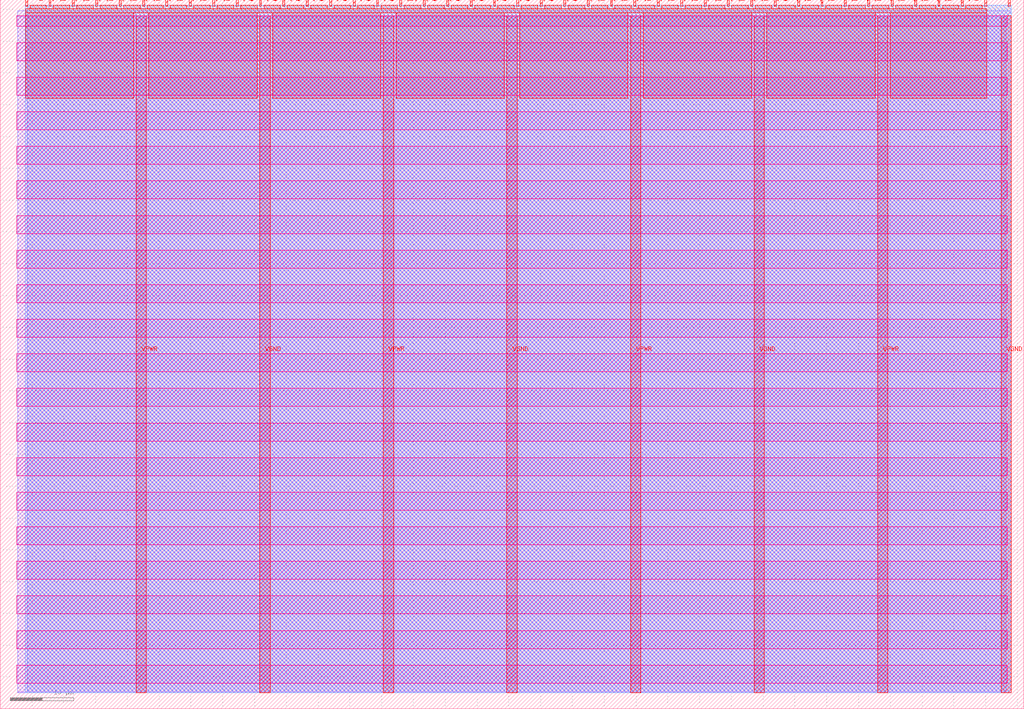
<source format=lef>
VERSION 5.7 ;
  NOWIREEXTENSIONATPIN ON ;
  DIVIDERCHAR "/" ;
  BUSBITCHARS "[]" ;
MACRO tt_um_DanielZhu123
  CLASS BLOCK ;
  FOREIGN tt_um_DanielZhu123 ;
  ORIGIN 0.000 0.000 ;
  SIZE 161.000 BY 111.520 ;
  PIN VGND
    DIRECTION INOUT ;
    USE GROUND ;
    PORT
      LAYER met4 ;
        RECT 40.830 2.480 42.430 109.040 ;
    END
    PORT
      LAYER met4 ;
        RECT 79.700 2.480 81.300 109.040 ;
    END
    PORT
      LAYER met4 ;
        RECT 118.570 2.480 120.170 109.040 ;
    END
    PORT
      LAYER met4 ;
        RECT 157.440 2.480 159.040 109.040 ;
    END
  END VGND
  PIN VPWR
    DIRECTION INOUT ;
    USE POWER ;
    PORT
      LAYER met4 ;
        RECT 21.395 2.480 22.995 109.040 ;
    END
    PORT
      LAYER met4 ;
        RECT 60.265 2.480 61.865 109.040 ;
    END
    PORT
      LAYER met4 ;
        RECT 99.135 2.480 100.735 109.040 ;
    END
    PORT
      LAYER met4 ;
        RECT 138.005 2.480 139.605 109.040 ;
    END
  END VPWR
  PIN clk
    DIRECTION INPUT ;
    USE SIGNAL ;
    ANTENNAGATEAREA 0.852000 ;
    PORT
      LAYER met4 ;
        RECT 154.870 110.520 155.170 111.520 ;
    END
  END clk
  PIN ena
    DIRECTION INPUT ;
    USE SIGNAL ;
    PORT
      LAYER met4 ;
        RECT 158.550 110.520 158.850 111.520 ;
    END
  END ena
  PIN rst_n
    DIRECTION INPUT ;
    USE SIGNAL ;
    ANTENNAGATEAREA 0.213000 ;
    PORT
      LAYER met4 ;
        RECT 151.190 110.520 151.490 111.520 ;
    END
  END rst_n
  PIN ui_in[0]
    DIRECTION INPUT ;
    USE SIGNAL ;
    ANTENNAGATEAREA 0.126000 ;
    PORT
      LAYER met4 ;
        RECT 147.510 110.520 147.810 111.520 ;
    END
  END ui_in[0]
  PIN ui_in[1]
    DIRECTION INPUT ;
    USE SIGNAL ;
    ANTENNAGATEAREA 0.159000 ;
    PORT
      LAYER met4 ;
        RECT 143.830 110.520 144.130 111.520 ;
    END
  END ui_in[1]
  PIN ui_in[2]
    DIRECTION INPUT ;
    USE SIGNAL ;
    ANTENNAGATEAREA 0.159000 ;
    PORT
      LAYER met4 ;
        RECT 140.150 110.520 140.450 111.520 ;
    END
  END ui_in[2]
  PIN ui_in[3]
    DIRECTION INPUT ;
    USE SIGNAL ;
    ANTENNAGATEAREA 0.196500 ;
    PORT
      LAYER met4 ;
        RECT 136.470 110.520 136.770 111.520 ;
    END
  END ui_in[3]
  PIN ui_in[4]
    DIRECTION INPUT ;
    USE SIGNAL ;
    ANTENNAGATEAREA 0.213000 ;
    PORT
      LAYER met4 ;
        RECT 132.790 110.520 133.090 111.520 ;
    END
  END ui_in[4]
  PIN ui_in[5]
    DIRECTION INPUT ;
    USE SIGNAL ;
    ANTENNAGATEAREA 0.213000 ;
    PORT
      LAYER met4 ;
        RECT 129.110 110.520 129.410 111.520 ;
    END
  END ui_in[5]
  PIN ui_in[6]
    DIRECTION INPUT ;
    USE SIGNAL ;
    ANTENNAGATEAREA 0.213000 ;
    PORT
      LAYER met4 ;
        RECT 125.430 110.520 125.730 111.520 ;
    END
  END ui_in[6]
  PIN ui_in[7]
    DIRECTION INPUT ;
    USE SIGNAL ;
    ANTENNAGATEAREA 0.213000 ;
    PORT
      LAYER met4 ;
        RECT 121.750 110.520 122.050 111.520 ;
    END
  END ui_in[7]
  PIN uio_in[0]
    DIRECTION INPUT ;
    USE SIGNAL ;
    PORT
      LAYER met4 ;
        RECT 118.070 110.520 118.370 111.520 ;
    END
  END uio_in[0]
  PIN uio_in[1]
    DIRECTION INPUT ;
    USE SIGNAL ;
    PORT
      LAYER met4 ;
        RECT 114.390 110.520 114.690 111.520 ;
    END
  END uio_in[1]
  PIN uio_in[2]
    DIRECTION INPUT ;
    USE SIGNAL ;
    PORT
      LAYER met4 ;
        RECT 110.710 110.520 111.010 111.520 ;
    END
  END uio_in[2]
  PIN uio_in[3]
    DIRECTION INPUT ;
    USE SIGNAL ;
    PORT
      LAYER met4 ;
        RECT 107.030 110.520 107.330 111.520 ;
    END
  END uio_in[3]
  PIN uio_in[4]
    DIRECTION INPUT ;
    USE SIGNAL ;
    PORT
      LAYER met4 ;
        RECT 103.350 110.520 103.650 111.520 ;
    END
  END uio_in[4]
  PIN uio_in[5]
    DIRECTION INPUT ;
    USE SIGNAL ;
    PORT
      LAYER met4 ;
        RECT 99.670 110.520 99.970 111.520 ;
    END
  END uio_in[5]
  PIN uio_in[6]
    DIRECTION INPUT ;
    USE SIGNAL ;
    PORT
      LAYER met4 ;
        RECT 95.990 110.520 96.290 111.520 ;
    END
  END uio_in[6]
  PIN uio_in[7]
    DIRECTION INPUT ;
    USE SIGNAL ;
    PORT
      LAYER met4 ;
        RECT 92.310 110.520 92.610 111.520 ;
    END
  END uio_in[7]
  PIN uio_oe[0]
    DIRECTION OUTPUT TRISTATE ;
    USE SIGNAL ;
    PORT
      LAYER met4 ;
        RECT 29.750 110.520 30.050 111.520 ;
    END
  END uio_oe[0]
  PIN uio_oe[1]
    DIRECTION OUTPUT TRISTATE ;
    USE SIGNAL ;
    PORT
      LAYER met4 ;
        RECT 26.070 110.520 26.370 111.520 ;
    END
  END uio_oe[1]
  PIN uio_oe[2]
    DIRECTION OUTPUT TRISTATE ;
    USE SIGNAL ;
    PORT
      LAYER met4 ;
        RECT 22.390 110.520 22.690 111.520 ;
    END
  END uio_oe[2]
  PIN uio_oe[3]
    DIRECTION OUTPUT TRISTATE ;
    USE SIGNAL ;
    PORT
      LAYER met4 ;
        RECT 18.710 110.520 19.010 111.520 ;
    END
  END uio_oe[3]
  PIN uio_oe[4]
    DIRECTION OUTPUT TRISTATE ;
    USE SIGNAL ;
    PORT
      LAYER met4 ;
        RECT 15.030 110.520 15.330 111.520 ;
    END
  END uio_oe[4]
  PIN uio_oe[5]
    DIRECTION OUTPUT TRISTATE ;
    USE SIGNAL ;
    PORT
      LAYER met4 ;
        RECT 11.350 110.520 11.650 111.520 ;
    END
  END uio_oe[5]
  PIN uio_oe[6]
    DIRECTION OUTPUT TRISTATE ;
    USE SIGNAL ;
    PORT
      LAYER met4 ;
        RECT 7.670 110.520 7.970 111.520 ;
    END
  END uio_oe[6]
  PIN uio_oe[7]
    DIRECTION OUTPUT TRISTATE ;
    USE SIGNAL ;
    PORT
      LAYER met4 ;
        RECT 3.990 110.520 4.290 111.520 ;
    END
  END uio_oe[7]
  PIN uio_out[0]
    DIRECTION OUTPUT TRISTATE ;
    USE SIGNAL ;
    ANTENNADIFFAREA 0.445500 ;
    PORT
      LAYER met4 ;
        RECT 59.190 110.520 59.490 111.520 ;
    END
  END uio_out[0]
  PIN uio_out[1]
    DIRECTION OUTPUT TRISTATE ;
    USE SIGNAL ;
    ANTENNADIFFAREA 0.445500 ;
    PORT
      LAYER met4 ;
        RECT 55.510 110.520 55.810 111.520 ;
    END
  END uio_out[1]
  PIN uio_out[2]
    DIRECTION OUTPUT TRISTATE ;
    USE SIGNAL ;
    ANTENNADIFFAREA 0.445500 ;
    PORT
      LAYER met4 ;
        RECT 51.830 110.520 52.130 111.520 ;
    END
  END uio_out[2]
  PIN uio_out[3]
    DIRECTION OUTPUT TRISTATE ;
    USE SIGNAL ;
    ANTENNADIFFAREA 0.445500 ;
    PORT
      LAYER met4 ;
        RECT 48.150 110.520 48.450 111.520 ;
    END
  END uio_out[3]
  PIN uio_out[4]
    DIRECTION OUTPUT TRISTATE ;
    USE SIGNAL ;
    ANTENNADIFFAREA 0.445500 ;
    PORT
      LAYER met4 ;
        RECT 44.470 110.520 44.770 111.520 ;
    END
  END uio_out[4]
  PIN uio_out[5]
    DIRECTION OUTPUT TRISTATE ;
    USE SIGNAL ;
    ANTENNADIFFAREA 0.445500 ;
    PORT
      LAYER met4 ;
        RECT 40.790 110.520 41.090 111.520 ;
    END
  END uio_out[5]
  PIN uio_out[6]
    DIRECTION OUTPUT TRISTATE ;
    USE SIGNAL ;
    ANTENNADIFFAREA 0.445500 ;
    PORT
      LAYER met4 ;
        RECT 37.110 110.520 37.410 111.520 ;
    END
  END uio_out[6]
  PIN uio_out[7]
    DIRECTION OUTPUT TRISTATE ;
    USE SIGNAL ;
    ANTENNADIFFAREA 0.445500 ;
    PORT
      LAYER met4 ;
        RECT 33.430 110.520 33.730 111.520 ;
    END
  END uio_out[7]
  PIN uo_out[0]
    DIRECTION OUTPUT TRISTATE ;
    USE SIGNAL ;
    ANTENNADIFFAREA 0.445500 ;
    PORT
      LAYER met4 ;
        RECT 88.630 110.520 88.930 111.520 ;
    END
  END uo_out[0]
  PIN uo_out[1]
    DIRECTION OUTPUT TRISTATE ;
    USE SIGNAL ;
    ANTENNADIFFAREA 0.445500 ;
    PORT
      LAYER met4 ;
        RECT 84.950 110.520 85.250 111.520 ;
    END
  END uo_out[1]
  PIN uo_out[2]
    DIRECTION OUTPUT TRISTATE ;
    USE SIGNAL ;
    ANTENNADIFFAREA 0.445500 ;
    PORT
      LAYER met4 ;
        RECT 81.270 110.520 81.570 111.520 ;
    END
  END uo_out[2]
  PIN uo_out[3]
    DIRECTION OUTPUT TRISTATE ;
    USE SIGNAL ;
    ANTENNADIFFAREA 0.445500 ;
    PORT
      LAYER met4 ;
        RECT 77.590 110.520 77.890 111.520 ;
    END
  END uo_out[3]
  PIN uo_out[4]
    DIRECTION OUTPUT TRISTATE ;
    USE SIGNAL ;
    ANTENNADIFFAREA 0.445500 ;
    PORT
      LAYER met4 ;
        RECT 73.910 110.520 74.210 111.520 ;
    END
  END uo_out[4]
  PIN uo_out[5]
    DIRECTION OUTPUT TRISTATE ;
    USE SIGNAL ;
    ANTENNADIFFAREA 0.445500 ;
    PORT
      LAYER met4 ;
        RECT 70.230 110.520 70.530 111.520 ;
    END
  END uo_out[5]
  PIN uo_out[6]
    DIRECTION OUTPUT TRISTATE ;
    USE SIGNAL ;
    ANTENNADIFFAREA 0.445500 ;
    PORT
      LAYER met4 ;
        RECT 66.550 110.520 66.850 111.520 ;
    END
  END uo_out[6]
  PIN uo_out[7]
    DIRECTION OUTPUT TRISTATE ;
    USE SIGNAL ;
    ANTENNADIFFAREA 0.445500 ;
    PORT
      LAYER met4 ;
        RECT 62.870 110.520 63.170 111.520 ;
    END
  END uo_out[7]
  OBS
      LAYER nwell ;
        RECT 2.570 107.385 158.430 108.990 ;
        RECT 2.570 101.945 158.430 104.775 ;
        RECT 2.570 96.505 158.430 99.335 ;
        RECT 2.570 91.065 158.430 93.895 ;
        RECT 2.570 85.625 158.430 88.455 ;
        RECT 2.570 80.185 158.430 83.015 ;
        RECT 2.570 74.745 158.430 77.575 ;
        RECT 2.570 69.305 158.430 72.135 ;
        RECT 2.570 63.865 158.430 66.695 ;
        RECT 2.570 58.425 158.430 61.255 ;
        RECT 2.570 52.985 158.430 55.815 ;
        RECT 2.570 47.545 158.430 50.375 ;
        RECT 2.570 42.105 158.430 44.935 ;
        RECT 2.570 36.665 158.430 39.495 ;
        RECT 2.570 31.225 158.430 34.055 ;
        RECT 2.570 25.785 158.430 28.615 ;
        RECT 2.570 20.345 158.430 23.175 ;
        RECT 2.570 14.905 158.430 17.735 ;
        RECT 2.570 9.465 158.430 12.295 ;
        RECT 2.570 4.025 158.430 6.855 ;
      LAYER li1 ;
        RECT 2.760 2.635 158.240 108.885 ;
      LAYER met1 ;
        RECT 2.760 2.480 159.040 109.780 ;
      LAYER met2 ;
        RECT 4.230 2.535 159.010 110.685 ;
      LAYER met3 ;
        RECT 3.950 2.555 159.030 110.665 ;
      LAYER met4 ;
        RECT 4.690 110.120 7.270 110.665 ;
        RECT 8.370 110.120 10.950 110.665 ;
        RECT 12.050 110.120 14.630 110.665 ;
        RECT 15.730 110.120 18.310 110.665 ;
        RECT 19.410 110.120 21.990 110.665 ;
        RECT 23.090 110.120 25.670 110.665 ;
        RECT 26.770 110.120 29.350 110.665 ;
        RECT 30.450 110.120 33.030 110.665 ;
        RECT 34.130 110.120 36.710 110.665 ;
        RECT 37.810 110.120 40.390 110.665 ;
        RECT 41.490 110.120 44.070 110.665 ;
        RECT 45.170 110.120 47.750 110.665 ;
        RECT 48.850 110.120 51.430 110.665 ;
        RECT 52.530 110.120 55.110 110.665 ;
        RECT 56.210 110.120 58.790 110.665 ;
        RECT 59.890 110.120 62.470 110.665 ;
        RECT 63.570 110.120 66.150 110.665 ;
        RECT 67.250 110.120 69.830 110.665 ;
        RECT 70.930 110.120 73.510 110.665 ;
        RECT 74.610 110.120 77.190 110.665 ;
        RECT 78.290 110.120 80.870 110.665 ;
        RECT 81.970 110.120 84.550 110.665 ;
        RECT 85.650 110.120 88.230 110.665 ;
        RECT 89.330 110.120 91.910 110.665 ;
        RECT 93.010 110.120 95.590 110.665 ;
        RECT 96.690 110.120 99.270 110.665 ;
        RECT 100.370 110.120 102.950 110.665 ;
        RECT 104.050 110.120 106.630 110.665 ;
        RECT 107.730 110.120 110.310 110.665 ;
        RECT 111.410 110.120 113.990 110.665 ;
        RECT 115.090 110.120 117.670 110.665 ;
        RECT 118.770 110.120 121.350 110.665 ;
        RECT 122.450 110.120 125.030 110.665 ;
        RECT 126.130 110.120 128.710 110.665 ;
        RECT 129.810 110.120 132.390 110.665 ;
        RECT 133.490 110.120 136.070 110.665 ;
        RECT 137.170 110.120 139.750 110.665 ;
        RECT 140.850 110.120 143.430 110.665 ;
        RECT 144.530 110.120 147.110 110.665 ;
        RECT 148.210 110.120 150.790 110.665 ;
        RECT 151.890 110.120 154.470 110.665 ;
        RECT 3.975 109.440 155.185 110.120 ;
        RECT 3.975 96.055 20.995 109.440 ;
        RECT 23.395 96.055 40.430 109.440 ;
        RECT 42.830 96.055 59.865 109.440 ;
        RECT 62.265 96.055 79.300 109.440 ;
        RECT 81.700 96.055 98.735 109.440 ;
        RECT 101.135 96.055 118.170 109.440 ;
        RECT 120.570 96.055 137.605 109.440 ;
        RECT 140.005 96.055 155.185 109.440 ;
  END
END tt_um_DanielZhu123
END LIBRARY


</source>
